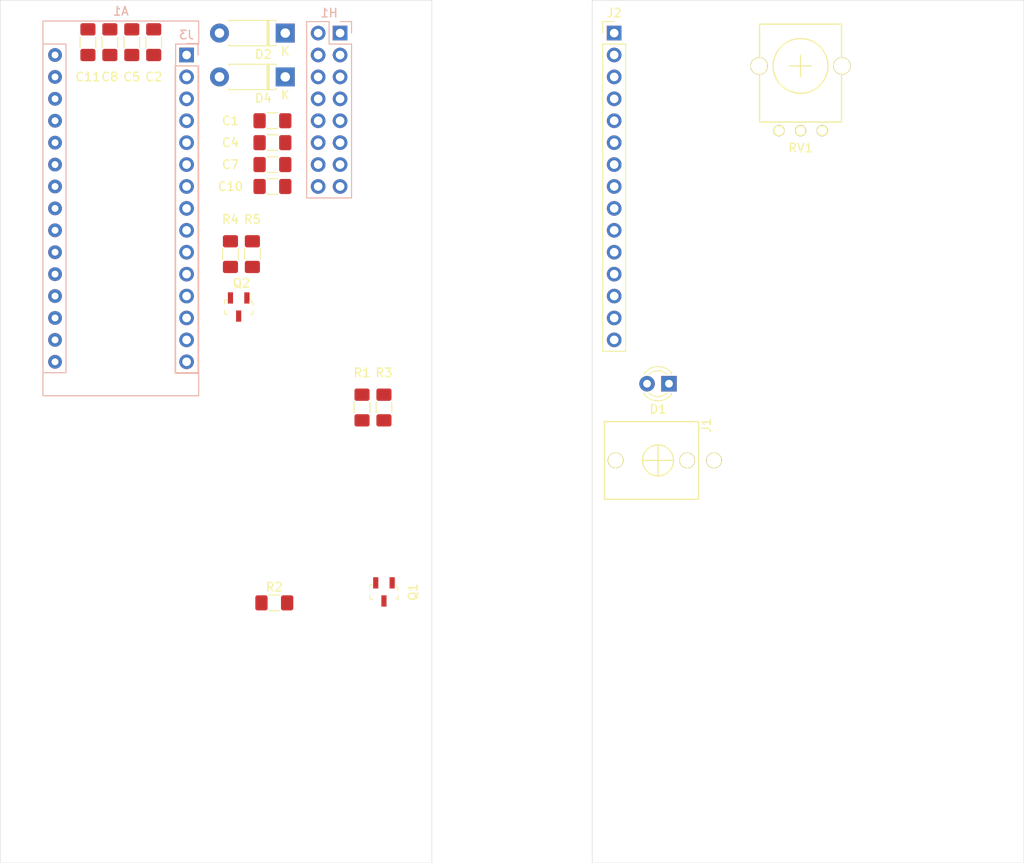
<source format=kicad_pcb>
(kicad_pcb (version 20171130) (host pcbnew "(5.1.0-31-gd6f565e45)")

  (general
    (thickness 2)
    (drawings 8)
    (tracks 0)
    (zones 0)
    (modules 24)
    (nets 66)
  )

  (page A4)
  (layers
    (0 F.Cu signal)
    (31 B.Cu signal)
    (32 B.Adhes user)
    (33 F.Adhes user)
    (34 B.Paste user)
    (35 F.Paste user)
    (36 B.SilkS user)
    (37 F.SilkS user)
    (38 B.Mask user)
    (39 F.Mask user)
    (40 Dwgs.User user)
    (41 Cmts.User user)
    (42 Eco1.User user)
    (43 Eco2.User user)
    (44 Edge.Cuts user)
    (45 Margin user)
    (46 B.CrtYd user)
    (47 F.CrtYd user)
    (48 B.Fab user hide)
    (49 F.Fab user hide)
  )

  (setup
    (last_trace_width 0.25)
    (trace_clearance 0.2)
    (zone_clearance 0.508)
    (zone_45_only no)
    (trace_min 0.2)
    (via_size 0.8)
    (via_drill 0.4)
    (via_min_size 0.4)
    (via_min_drill 0.3)
    (uvia_size 0.3)
    (uvia_drill 0.1)
    (uvias_allowed no)
    (uvia_min_size 0.2)
    (uvia_min_drill 0.1)
    (edge_width 0.05)
    (segment_width 0.2)
    (pcb_text_width 0.3)
    (pcb_text_size 1.5 1.5)
    (mod_edge_width 0.12)
    (mod_text_size 1 1)
    (mod_text_width 0.15)
    (pad_size 1.524 1.524)
    (pad_drill 0.762)
    (pad_to_mask_clearance 0.051)
    (solder_mask_min_width 0.25)
    (aux_axis_origin 0 0)
    (visible_elements 7FFFFFFF)
    (pcbplotparams
      (layerselection 0x010fc_ffffffff)
      (usegerberextensions false)
      (usegerberattributes false)
      (usegerberadvancedattributes false)
      (creategerberjobfile false)
      (excludeedgelayer true)
      (linewidth 0.100000)
      (plotframeref false)
      (viasonmask false)
      (mode 1)
      (useauxorigin false)
      (hpglpennumber 1)
      (hpglpenspeed 20)
      (hpglpendiameter 15.000000)
      (psnegative false)
      (psa4output false)
      (plotreference true)
      (plotvalue true)
      (plotinvisibletext false)
      (padsonsilk false)
      (subtractmaskfromsilk false)
      (outputformat 1)
      (mirror false)
      (drillshape 1)
      (scaleselection 1)
      (outputdirectory ""))
  )

  (net 0 "")
  (net 1 "Net-(A1-Pad16)")
  (net 2 "Net-(A1-Pad15)")
  (net 3 "Net-(A1-Pad14)")
  (net 4 GND)
  (net 5 Tr9)
  (net 6 "Net-(A1-Pad28)")
  (net 7 Tr8)
  (net 8 "Net-(A1-Pad27)")
  (net 9 Tr7)
  (net 10 "Net-(A1-Pad26)")
  (net 11 Tr6)
  (net 12 "Net-(A1-Pad25)")
  (net 13 Tr5)
  (net 14 "Net-(A1-Pad24)")
  (net 15 Tr4)
  (net 16 "Net-(A1-Pad23)")
  (net 17 Tr3)
  (net 18 "Net-(A1-Pad22)")
  (net 19 Tr2)
  (net 20 "Net-(A1-Pad21)")
  (net 21 Tr1)
  (net 22 "Net-(A1-Pad20)")
  (net 23 "Net-(A1-Pad19)")
  (net 24 "Net-(A1-Pad3)")
  (net 25 "Net-(A1-Pad18)")
  (net 26 "Net-(A1-Pad2)")
  (net 27 "Net-(A1-Pad17)")
  (net 28 "Net-(A1-Pad1)")
  (net 29 "Net-(D1-Pad2)")
  (net 30 "Net-(H1-Pad15)")
  (net 31 "Net-(H1-Pad13)")
  (net 32 "Net-(J1-Pad3)")
  (net 33 "Net-(J2-Pad3)")
  (net 34 "Net-(J3-Pad3)")
  (net 35 "Net-(Q1-Pad2)")
  (net 36 "Net-(Q2-Pad2)")
  (net 37 12V)
  (net 38 5V)
  (net 39 "Net-(D4-Pad1)")
  (net 40 "Net-(Q2-Pad3)")
  (net 41 "Net-(D2-Pad1)")
  (net 42 "Net-(H1-Pad16)")
  (net 43 "Net-(H1-Pad14)")
  (net 44 "Net-(H1-Pad2)")
  (net 45 "Net-(H1-Pad1)")
  (net 46 "Net-(A1-Pad13)")
  (net 47 "Net-(A1-Pad12)")
  (net 48 "Net-(A1-Pad11)")
  (net 49 "Net-(A1-Pad10)")
  (net 50 "Net-(A1-Pad9)")
  (net 51 "Net-(A1-Pad8)")
  (net 52 "Net-(A1-Pad7)")
  (net 53 "Net-(A1-Pad6)")
  (net 54 "Net-(A1-Pad5)")
  (net 55 "Net-(J2-Pad15)")
  (net 56 "Net-(J2-Pad14)")
  (net 57 "Net-(J2-Pad4)")
  (net 58 "Net-(J2-Pad2)")
  (net 59 "Net-(J2-Pad1)")
  (net 60 "Net-(J3-Pad15)")
  (net 61 "Net-(J3-Pad14)")
  (net 62 "Net-(J3-Pad12)")
  (net 63 "Net-(J3-Pad4)")
  (net 64 "Net-(J3-Pad2)")
  (net 65 "Net-(J3-Pad1)")

  (net_class Default "This is the default net class."
    (clearance 0.2)
    (trace_width 0.25)
    (via_dia 0.8)
    (via_drill 0.4)
    (uvia_dia 0.3)
    (uvia_drill 0.1)
    (add_net 12V)
    (add_net 5V)
    (add_net GND)
    (add_net "Net-(A1-Pad1)")
    (add_net "Net-(A1-Pad10)")
    (add_net "Net-(A1-Pad11)")
    (add_net "Net-(A1-Pad12)")
    (add_net "Net-(A1-Pad13)")
    (add_net "Net-(A1-Pad14)")
    (add_net "Net-(A1-Pad15)")
    (add_net "Net-(A1-Pad16)")
    (add_net "Net-(A1-Pad17)")
    (add_net "Net-(A1-Pad18)")
    (add_net "Net-(A1-Pad19)")
    (add_net "Net-(A1-Pad2)")
    (add_net "Net-(A1-Pad20)")
    (add_net "Net-(A1-Pad21)")
    (add_net "Net-(A1-Pad22)")
    (add_net "Net-(A1-Pad23)")
    (add_net "Net-(A1-Pad24)")
    (add_net "Net-(A1-Pad25)")
    (add_net "Net-(A1-Pad26)")
    (add_net "Net-(A1-Pad27)")
    (add_net "Net-(A1-Pad28)")
    (add_net "Net-(A1-Pad3)")
    (add_net "Net-(A1-Pad5)")
    (add_net "Net-(A1-Pad6)")
    (add_net "Net-(A1-Pad7)")
    (add_net "Net-(A1-Pad8)")
    (add_net "Net-(A1-Pad9)")
    (add_net "Net-(D1-Pad2)")
    (add_net "Net-(D2-Pad1)")
    (add_net "Net-(D4-Pad1)")
    (add_net "Net-(H1-Pad1)")
    (add_net "Net-(H1-Pad13)")
    (add_net "Net-(H1-Pad14)")
    (add_net "Net-(H1-Pad15)")
    (add_net "Net-(H1-Pad16)")
    (add_net "Net-(H1-Pad2)")
    (add_net "Net-(J1-Pad3)")
    (add_net "Net-(J2-Pad1)")
    (add_net "Net-(J2-Pad14)")
    (add_net "Net-(J2-Pad15)")
    (add_net "Net-(J2-Pad2)")
    (add_net "Net-(J2-Pad3)")
    (add_net "Net-(J2-Pad4)")
    (add_net "Net-(J3-Pad1)")
    (add_net "Net-(J3-Pad12)")
    (add_net "Net-(J3-Pad14)")
    (add_net "Net-(J3-Pad15)")
    (add_net "Net-(J3-Pad2)")
    (add_net "Net-(J3-Pad3)")
    (add_net "Net-(J3-Pad4)")
    (add_net "Net-(Q1-Pad2)")
    (add_net "Net-(Q2-Pad2)")
    (add_net "Net-(Q2-Pad3)")
    (add_net Tr1)
    (add_net Tr2)
    (add_net Tr3)
    (add_net Tr4)
    (add_net Tr5)
    (add_net Tr6)
    (add_net Tr7)
    (add_net Tr8)
    (add_net Tr9)
  )

  (module Connector_PinHeader_2.54mm:PinHeader_1x15_P2.54mm_Vertical (layer B.Cu) (tedit 59FED5CC) (tstamp 5CCBADA3)
    (at 161.29 29.21 180)
    (descr "Through hole straight pin header, 1x15, 2.54mm pitch, single row")
    (tags "Through hole pin header THT 1x15 2.54mm single row")
    (path /5D51AA52)
    (fp_text reference J3 (at 0 2.33 180) (layer B.SilkS)
      (effects (font (size 1 1) (thickness 0.15)) (justify mirror))
    )
    (fp_text value Conn_01x15_MountingPin (at 0 -37.89 180) (layer B.Fab)
      (effects (font (size 1 1) (thickness 0.15)) (justify mirror))
    )
    (fp_text user %R (at 0 -17.78 90) (layer B.Fab)
      (effects (font (size 1 1) (thickness 0.15)) (justify mirror))
    )
    (fp_line (start 1.8 1.8) (end -1.8 1.8) (layer B.CrtYd) (width 0.05))
    (fp_line (start 1.8 -37.35) (end 1.8 1.8) (layer B.CrtYd) (width 0.05))
    (fp_line (start -1.8 -37.35) (end 1.8 -37.35) (layer B.CrtYd) (width 0.05))
    (fp_line (start -1.8 1.8) (end -1.8 -37.35) (layer B.CrtYd) (width 0.05))
    (fp_line (start -1.33 1.33) (end 0 1.33) (layer B.SilkS) (width 0.12))
    (fp_line (start -1.33 0) (end -1.33 1.33) (layer B.SilkS) (width 0.12))
    (fp_line (start -1.33 -1.27) (end 1.33 -1.27) (layer B.SilkS) (width 0.12))
    (fp_line (start 1.33 -1.27) (end 1.33 -36.89) (layer B.SilkS) (width 0.12))
    (fp_line (start -1.33 -1.27) (end -1.33 -36.89) (layer B.SilkS) (width 0.12))
    (fp_line (start -1.33 -36.89) (end 1.33 -36.89) (layer B.SilkS) (width 0.12))
    (fp_line (start -1.27 0.635) (end -0.635 1.27) (layer B.Fab) (width 0.1))
    (fp_line (start -1.27 -36.83) (end -1.27 0.635) (layer B.Fab) (width 0.1))
    (fp_line (start 1.27 -36.83) (end -1.27 -36.83) (layer B.Fab) (width 0.1))
    (fp_line (start 1.27 1.27) (end 1.27 -36.83) (layer B.Fab) (width 0.1))
    (fp_line (start -0.635 1.27) (end 1.27 1.27) (layer B.Fab) (width 0.1))
    (pad 15 thru_hole oval (at 0 -35.56 180) (size 1.7 1.7) (drill 1) (layers *.Cu *.Mask)
      (net 60 "Net-(J3-Pad15)"))
    (pad 14 thru_hole oval (at 0 -33.02 180) (size 1.7 1.7) (drill 1) (layers *.Cu *.Mask)
      (net 61 "Net-(J3-Pad14)"))
    (pad 13 thru_hole oval (at 0 -30.48 180) (size 1.7 1.7) (drill 1) (layers *.Cu *.Mask)
      (net 46 "Net-(A1-Pad13)"))
    (pad 12 thru_hole oval (at 0 -27.94 180) (size 1.7 1.7) (drill 1) (layers *.Cu *.Mask)
      (net 62 "Net-(J3-Pad12)"))
    (pad 11 thru_hole oval (at 0 -25.4 180) (size 1.7 1.7) (drill 1) (layers *.Cu *.Mask)
      (net 48 "Net-(A1-Pad11)"))
    (pad 10 thru_hole oval (at 0 -22.86 180) (size 1.7 1.7) (drill 1) (layers *.Cu *.Mask)
      (net 49 "Net-(A1-Pad10)"))
    (pad 9 thru_hole oval (at 0 -20.32 180) (size 1.7 1.7) (drill 1) (layers *.Cu *.Mask)
      (net 50 "Net-(A1-Pad9)"))
    (pad 8 thru_hole oval (at 0 -17.78 180) (size 1.7 1.7) (drill 1) (layers *.Cu *.Mask)
      (net 51 "Net-(A1-Pad8)"))
    (pad 7 thru_hole oval (at 0 -15.24 180) (size 1.7 1.7) (drill 1) (layers *.Cu *.Mask)
      (net 52 "Net-(A1-Pad7)"))
    (pad 6 thru_hole oval (at 0 -12.7 180) (size 1.7 1.7) (drill 1) (layers *.Cu *.Mask)
      (net 53 "Net-(A1-Pad6)"))
    (pad 5 thru_hole oval (at 0 -10.16 180) (size 1.7 1.7) (drill 1) (layers *.Cu *.Mask)
      (net 54 "Net-(A1-Pad5)"))
    (pad 4 thru_hole oval (at 0 -7.62 180) (size 1.7 1.7) (drill 1) (layers *.Cu *.Mask)
      (net 63 "Net-(J3-Pad4)"))
    (pad 3 thru_hole oval (at 0 -5.08 180) (size 1.7 1.7) (drill 1) (layers *.Cu *.Mask)
      (net 34 "Net-(J3-Pad3)"))
    (pad 2 thru_hole oval (at 0 -2.54 180) (size 1.7 1.7) (drill 1) (layers *.Cu *.Mask)
      (net 64 "Net-(J3-Pad2)"))
    (pad 1 thru_hole rect (at 0 0 180) (size 1.7 1.7) (drill 1) (layers *.Cu *.Mask)
      (net 65 "Net-(J3-Pad1)"))
    (model ${KISYS3DMOD}/Connector_PinHeader_2.54mm.3dshapes/PinHeader_1x15_P2.54mm_Vertical.wrl
      (at (xyz 0 0 0))
      (scale (xyz 1 1 1))
      (rotate (xyz 0 0 0))
    )
  )

  (module Connector_PinHeader_2.54mm:PinHeader_1x15_P2.54mm_Vertical (layer F.Cu) (tedit 59FED5CC) (tstamp 5CCBAD80)
    (at 210.82 26.67)
    (descr "Through hole straight pin header, 1x15, 2.54mm pitch, single row")
    (tags "Through hole pin header THT 1x15 2.54mm single row")
    (path /5D51F5B7)
    (fp_text reference J2 (at 0 -2.33) (layer F.SilkS)
      (effects (font (size 1 1) (thickness 0.15)))
    )
    (fp_text value Conn_01x15_MountingPin (at 0 37.89) (layer F.Fab)
      (effects (font (size 1 1) (thickness 0.15)))
    )
    (fp_text user %R (at 0 17.78 90) (layer F.Fab)
      (effects (font (size 1 1) (thickness 0.15)))
    )
    (fp_line (start 1.8 -1.8) (end -1.8 -1.8) (layer F.CrtYd) (width 0.05))
    (fp_line (start 1.8 37.35) (end 1.8 -1.8) (layer F.CrtYd) (width 0.05))
    (fp_line (start -1.8 37.35) (end 1.8 37.35) (layer F.CrtYd) (width 0.05))
    (fp_line (start -1.8 -1.8) (end -1.8 37.35) (layer F.CrtYd) (width 0.05))
    (fp_line (start -1.33 -1.33) (end 0 -1.33) (layer F.SilkS) (width 0.12))
    (fp_line (start -1.33 0) (end -1.33 -1.33) (layer F.SilkS) (width 0.12))
    (fp_line (start -1.33 1.27) (end 1.33 1.27) (layer F.SilkS) (width 0.12))
    (fp_line (start 1.33 1.27) (end 1.33 36.89) (layer F.SilkS) (width 0.12))
    (fp_line (start -1.33 1.27) (end -1.33 36.89) (layer F.SilkS) (width 0.12))
    (fp_line (start -1.33 36.89) (end 1.33 36.89) (layer F.SilkS) (width 0.12))
    (fp_line (start -1.27 -0.635) (end -0.635 -1.27) (layer F.Fab) (width 0.1))
    (fp_line (start -1.27 36.83) (end -1.27 -0.635) (layer F.Fab) (width 0.1))
    (fp_line (start 1.27 36.83) (end -1.27 36.83) (layer F.Fab) (width 0.1))
    (fp_line (start 1.27 -1.27) (end 1.27 36.83) (layer F.Fab) (width 0.1))
    (fp_line (start -0.635 -1.27) (end 1.27 -1.27) (layer F.Fab) (width 0.1))
    (pad 15 thru_hole oval (at 0 35.56) (size 1.7 1.7) (drill 1) (layers *.Cu *.Mask)
      (net 55 "Net-(J2-Pad15)"))
    (pad 14 thru_hole oval (at 0 33.02) (size 1.7 1.7) (drill 1) (layers *.Cu *.Mask)
      (net 56 "Net-(J2-Pad14)"))
    (pad 13 thru_hole oval (at 0 30.48) (size 1.7 1.7) (drill 1) (layers *.Cu *.Mask)
      (net 5 Tr9))
    (pad 12 thru_hole oval (at 0 27.94) (size 1.7 1.7) (drill 1) (layers *.Cu *.Mask)
      (net 7 Tr8))
    (pad 11 thru_hole oval (at 0 25.4) (size 1.7 1.7) (drill 1) (layers *.Cu *.Mask)
      (net 9 Tr7))
    (pad 10 thru_hole oval (at 0 22.86) (size 1.7 1.7) (drill 1) (layers *.Cu *.Mask)
      (net 11 Tr6))
    (pad 9 thru_hole oval (at 0 20.32) (size 1.7 1.7) (drill 1) (layers *.Cu *.Mask)
      (net 13 Tr5))
    (pad 8 thru_hole oval (at 0 17.78) (size 1.7 1.7) (drill 1) (layers *.Cu *.Mask)
      (net 15 Tr4))
    (pad 7 thru_hole oval (at 0 15.24) (size 1.7 1.7) (drill 1) (layers *.Cu *.Mask)
      (net 17 Tr3))
    (pad 6 thru_hole oval (at 0 12.7) (size 1.7 1.7) (drill 1) (layers *.Cu *.Mask)
      (net 19 Tr2))
    (pad 5 thru_hole oval (at 0 10.16) (size 1.7 1.7) (drill 1) (layers *.Cu *.Mask)
      (net 21 Tr1))
    (pad 4 thru_hole oval (at 0 7.62) (size 1.7 1.7) (drill 1) (layers *.Cu *.Mask)
      (net 57 "Net-(J2-Pad4)"))
    (pad 3 thru_hole oval (at 0 5.08) (size 1.7 1.7) (drill 1) (layers *.Cu *.Mask)
      (net 33 "Net-(J2-Pad3)"))
    (pad 2 thru_hole oval (at 0 2.54) (size 1.7 1.7) (drill 1) (layers *.Cu *.Mask)
      (net 58 "Net-(J2-Pad2)"))
    (pad 1 thru_hole rect (at 0 0) (size 1.7 1.7) (drill 1) (layers *.Cu *.Mask)
      (net 59 "Net-(J2-Pad1)"))
    (model ${KISYS3DMOD}/Connector_PinHeader_2.54mm.3dshapes/PinHeader_1x15_P2.54mm_Vertical.wrl
      (at (xyz 0 0 0))
      (scale (xyz 1 1 1))
      (rotate (xyz 0 0 0))
    )
  )

  (module Capacitor_SMD:C_1206_3216Metric_Pad1.42x1.75mm_HandSolder (layer F.Cu) (tedit 5B301BBE) (tstamp 5CCB9014)
    (at 149.86 27.7225 270)
    (descr "Capacitor SMD 1206 (3216 Metric), square (rectangular) end terminal, IPC_7351 nominal with elongated pad for handsoldering. (Body size source: http://www.tortai-tech.com/upload/download/2011102023233369053.pdf), generated with kicad-footprint-generator")
    (tags "capacitor handsolder")
    (path /5D4DE9E7)
    (attr smd)
    (fp_text reference C11 (at 4.0275 0) (layer F.SilkS)
      (effects (font (size 1 1) (thickness 0.15)))
    )
    (fp_text value 470n (at 0 1.82 270) (layer F.Fab)
      (effects (font (size 1 1) (thickness 0.15)))
    )
    (fp_text user %R (at 0 0 270) (layer F.Fab)
      (effects (font (size 0.8 0.8) (thickness 0.12)))
    )
    (fp_line (start 2.45 1.12) (end -2.45 1.12) (layer F.CrtYd) (width 0.05))
    (fp_line (start 2.45 -1.12) (end 2.45 1.12) (layer F.CrtYd) (width 0.05))
    (fp_line (start -2.45 -1.12) (end 2.45 -1.12) (layer F.CrtYd) (width 0.05))
    (fp_line (start -2.45 1.12) (end -2.45 -1.12) (layer F.CrtYd) (width 0.05))
    (fp_line (start -0.602064 0.91) (end 0.602064 0.91) (layer F.SilkS) (width 0.12))
    (fp_line (start -0.602064 -0.91) (end 0.602064 -0.91) (layer F.SilkS) (width 0.12))
    (fp_line (start 1.6 0.8) (end -1.6 0.8) (layer F.Fab) (width 0.1))
    (fp_line (start 1.6 -0.8) (end 1.6 0.8) (layer F.Fab) (width 0.1))
    (fp_line (start -1.6 -0.8) (end 1.6 -0.8) (layer F.Fab) (width 0.1))
    (fp_line (start -1.6 0.8) (end -1.6 -0.8) (layer F.Fab) (width 0.1))
    (pad 2 smd roundrect (at 1.4875 0 270) (size 1.425 1.75) (layers F.Cu F.Paste F.Mask) (roundrect_rratio 0.175439)
      (net 4 GND))
    (pad 1 smd roundrect (at -1.4875 0 270) (size 1.425 1.75) (layers F.Cu F.Paste F.Mask) (roundrect_rratio 0.175439)
      (net 37 12V))
    (model ${KISYS3DMOD}/Capacitor_SMD.3dshapes/C_1206_3216Metric.wrl
      (at (xyz 0 0 0))
      (scale (xyz 1 1 1))
      (rotate (xyz 0 0 0))
    )
  )

  (module Capacitor_SMD:C_1206_3216Metric_Pad1.42x1.75mm_HandSolder (layer F.Cu) (tedit 5B301BBE) (tstamp 5CCB4A95)
    (at 171.2325 44.45)
    (descr "Capacitor SMD 1206 (3216 Metric), square (rectangular) end terminal, IPC_7351 nominal with elongated pad for handsoldering. (Body size source: http://www.tortai-tech.com/upload/download/2011102023233369053.pdf), generated with kicad-footprint-generator")
    (tags "capacitor handsolder")
    (path /5D4DDCC6)
    (attr smd)
    (fp_text reference C10 (at -4.8625 0) (layer F.SilkS)
      (effects (font (size 1 1) (thickness 0.15)))
    )
    (fp_text value 470n (at 0 1.82) (layer F.Fab)
      (effects (font (size 1 1) (thickness 0.15)))
    )
    (fp_text user %R (at 0 0) (layer F.Fab)
      (effects (font (size 0.8 0.8) (thickness 0.12)))
    )
    (fp_line (start 2.45 1.12) (end -2.45 1.12) (layer F.CrtYd) (width 0.05))
    (fp_line (start 2.45 -1.12) (end 2.45 1.12) (layer F.CrtYd) (width 0.05))
    (fp_line (start -2.45 -1.12) (end 2.45 -1.12) (layer F.CrtYd) (width 0.05))
    (fp_line (start -2.45 1.12) (end -2.45 -1.12) (layer F.CrtYd) (width 0.05))
    (fp_line (start -0.602064 0.91) (end 0.602064 0.91) (layer F.SilkS) (width 0.12))
    (fp_line (start -0.602064 -0.91) (end 0.602064 -0.91) (layer F.SilkS) (width 0.12))
    (fp_line (start 1.6 0.8) (end -1.6 0.8) (layer F.Fab) (width 0.1))
    (fp_line (start 1.6 -0.8) (end 1.6 0.8) (layer F.Fab) (width 0.1))
    (fp_line (start -1.6 -0.8) (end 1.6 -0.8) (layer F.Fab) (width 0.1))
    (fp_line (start -1.6 0.8) (end -1.6 -0.8) (layer F.Fab) (width 0.1))
    (pad 2 smd roundrect (at 1.4875 0) (size 1.425 1.75) (layers F.Cu F.Paste F.Mask) (roundrect_rratio 0.175439)
      (net 4 GND))
    (pad 1 smd roundrect (at -1.4875 0) (size 1.425 1.75) (layers F.Cu F.Paste F.Mask) (roundrect_rratio 0.175439)
      (net 38 5V))
    (model ${KISYS3DMOD}/Capacitor_SMD.3dshapes/C_1206_3216Metric.wrl
      (at (xyz 0 0 0))
      (scale (xyz 1 1 1))
      (rotate (xyz 0 0 0))
    )
  )

  (module Capacitor_SMD:C_1206_3216Metric_Pad1.42x1.75mm_HandSolder (layer F.Cu) (tedit 5B301BBE) (tstamp 5CCB52E6)
    (at 152.4 27.7225 270)
    (descr "Capacitor SMD 1206 (3216 Metric), square (rectangular) end terminal, IPC_7351 nominal with elongated pad for handsoldering. (Body size source: http://www.tortai-tech.com/upload/download/2011102023233369053.pdf), generated with kicad-footprint-generator")
    (tags "capacitor handsolder")
    (path /5D4DE718)
    (attr smd)
    (fp_text reference C8 (at 4.0275 0) (layer F.SilkS)
      (effects (font (size 1 1) (thickness 0.15)))
    )
    (fp_text value 470n (at 0 1.82 270) (layer F.Fab)
      (effects (font (size 1 1) (thickness 0.15)))
    )
    (fp_text user %R (at 0 0 270) (layer F.Fab)
      (effects (font (size 0.8 0.8) (thickness 0.12)))
    )
    (fp_line (start 2.45 1.12) (end -2.45 1.12) (layer F.CrtYd) (width 0.05))
    (fp_line (start 2.45 -1.12) (end 2.45 1.12) (layer F.CrtYd) (width 0.05))
    (fp_line (start -2.45 -1.12) (end 2.45 -1.12) (layer F.CrtYd) (width 0.05))
    (fp_line (start -2.45 1.12) (end -2.45 -1.12) (layer F.CrtYd) (width 0.05))
    (fp_line (start -0.602064 0.91) (end 0.602064 0.91) (layer F.SilkS) (width 0.12))
    (fp_line (start -0.602064 -0.91) (end 0.602064 -0.91) (layer F.SilkS) (width 0.12))
    (fp_line (start 1.6 0.8) (end -1.6 0.8) (layer F.Fab) (width 0.1))
    (fp_line (start 1.6 -0.8) (end 1.6 0.8) (layer F.Fab) (width 0.1))
    (fp_line (start -1.6 -0.8) (end 1.6 -0.8) (layer F.Fab) (width 0.1))
    (fp_line (start -1.6 0.8) (end -1.6 -0.8) (layer F.Fab) (width 0.1))
    (pad 2 smd roundrect (at 1.4875 0 270) (size 1.425 1.75) (layers F.Cu F.Paste F.Mask) (roundrect_rratio 0.175439)
      (net 4 GND))
    (pad 1 smd roundrect (at -1.4875 0 270) (size 1.425 1.75) (layers F.Cu F.Paste F.Mask) (roundrect_rratio 0.175439)
      (net 37 12V))
    (model ${KISYS3DMOD}/Capacitor_SMD.3dshapes/C_1206_3216Metric.wrl
      (at (xyz 0 0 0))
      (scale (xyz 1 1 1))
      (rotate (xyz 0 0 0))
    )
  )

  (module Capacitor_SMD:C_1206_3216Metric_Pad1.42x1.75mm_HandSolder (layer F.Cu) (tedit 5B301BBE) (tstamp 5CCB4A62)
    (at 171.2325 41.91)
    (descr "Capacitor SMD 1206 (3216 Metric), square (rectangular) end terminal, IPC_7351 nominal with elongated pad for handsoldering. (Body size source: http://www.tortai-tech.com/upload/download/2011102023233369053.pdf), generated with kicad-footprint-generator")
    (tags "capacitor handsolder")
    (path /5D4DD8D5)
    (attr smd)
    (fp_text reference C7 (at -4.8625 0) (layer F.SilkS)
      (effects (font (size 1 1) (thickness 0.15)))
    )
    (fp_text value 470n (at 0 1.82) (layer F.Fab)
      (effects (font (size 1 1) (thickness 0.15)))
    )
    (fp_text user %R (at 0 0) (layer F.Fab)
      (effects (font (size 0.8 0.8) (thickness 0.12)))
    )
    (fp_line (start 2.45 1.12) (end -2.45 1.12) (layer F.CrtYd) (width 0.05))
    (fp_line (start 2.45 -1.12) (end 2.45 1.12) (layer F.CrtYd) (width 0.05))
    (fp_line (start -2.45 -1.12) (end 2.45 -1.12) (layer F.CrtYd) (width 0.05))
    (fp_line (start -2.45 1.12) (end -2.45 -1.12) (layer F.CrtYd) (width 0.05))
    (fp_line (start -0.602064 0.91) (end 0.602064 0.91) (layer F.SilkS) (width 0.12))
    (fp_line (start -0.602064 -0.91) (end 0.602064 -0.91) (layer F.SilkS) (width 0.12))
    (fp_line (start 1.6 0.8) (end -1.6 0.8) (layer F.Fab) (width 0.1))
    (fp_line (start 1.6 -0.8) (end 1.6 0.8) (layer F.Fab) (width 0.1))
    (fp_line (start -1.6 -0.8) (end 1.6 -0.8) (layer F.Fab) (width 0.1))
    (fp_line (start -1.6 0.8) (end -1.6 -0.8) (layer F.Fab) (width 0.1))
    (pad 2 smd roundrect (at 1.4875 0) (size 1.425 1.75) (layers F.Cu F.Paste F.Mask) (roundrect_rratio 0.175439)
      (net 4 GND))
    (pad 1 smd roundrect (at -1.4875 0) (size 1.425 1.75) (layers F.Cu F.Paste F.Mask) (roundrect_rratio 0.175439)
      (net 38 5V))
    (model ${KISYS3DMOD}/Capacitor_SMD.3dshapes/C_1206_3216Metric.wrl
      (at (xyz 0 0 0))
      (scale (xyz 1 1 1))
      (rotate (xyz 0 0 0))
    )
  )

  (module Capacitor_SMD:C_1206_3216Metric_Pad1.42x1.75mm_HandSolder (layer F.Cu) (tedit 5B301BBE) (tstamp 5CCB4A40)
    (at 154.94 27.7225 270)
    (descr "Capacitor SMD 1206 (3216 Metric), square (rectangular) end terminal, IPC_7351 nominal with elongated pad for handsoldering. (Body size source: http://www.tortai-tech.com/upload/download/2011102023233369053.pdf), generated with kicad-footprint-generator")
    (tags "capacitor handsolder")
    (path /5D4DE3B5)
    (attr smd)
    (fp_text reference C5 (at 4.0275 0) (layer F.SilkS)
      (effects (font (size 1 1) (thickness 0.15)))
    )
    (fp_text value 470n (at 0 1.82 270) (layer F.Fab)
      (effects (font (size 1 1) (thickness 0.15)))
    )
    (fp_text user %R (at 0 0 270) (layer F.Fab)
      (effects (font (size 0.8 0.8) (thickness 0.12)))
    )
    (fp_line (start 2.45 1.12) (end -2.45 1.12) (layer F.CrtYd) (width 0.05))
    (fp_line (start 2.45 -1.12) (end 2.45 1.12) (layer F.CrtYd) (width 0.05))
    (fp_line (start -2.45 -1.12) (end 2.45 -1.12) (layer F.CrtYd) (width 0.05))
    (fp_line (start -2.45 1.12) (end -2.45 -1.12) (layer F.CrtYd) (width 0.05))
    (fp_line (start -0.602064 0.91) (end 0.602064 0.91) (layer F.SilkS) (width 0.12))
    (fp_line (start -0.602064 -0.91) (end 0.602064 -0.91) (layer F.SilkS) (width 0.12))
    (fp_line (start 1.6 0.8) (end -1.6 0.8) (layer F.Fab) (width 0.1))
    (fp_line (start 1.6 -0.8) (end 1.6 0.8) (layer F.Fab) (width 0.1))
    (fp_line (start -1.6 -0.8) (end 1.6 -0.8) (layer F.Fab) (width 0.1))
    (fp_line (start -1.6 0.8) (end -1.6 -0.8) (layer F.Fab) (width 0.1))
    (pad 2 smd roundrect (at 1.4875 0 270) (size 1.425 1.75) (layers F.Cu F.Paste F.Mask) (roundrect_rratio 0.175439)
      (net 4 GND))
    (pad 1 smd roundrect (at -1.4875 0 270) (size 1.425 1.75) (layers F.Cu F.Paste F.Mask) (roundrect_rratio 0.175439)
      (net 37 12V))
    (model ${KISYS3DMOD}/Capacitor_SMD.3dshapes/C_1206_3216Metric.wrl
      (at (xyz 0 0 0))
      (scale (xyz 1 1 1))
      (rotate (xyz 0 0 0))
    )
  )

  (module Capacitor_SMD:C_1206_3216Metric_Pad1.42x1.75mm_HandSolder (layer F.Cu) (tedit 5B301BBE) (tstamp 5CCB4A2F)
    (at 171.2325 39.37)
    (descr "Capacitor SMD 1206 (3216 Metric), square (rectangular) end terminal, IPC_7351 nominal with elongated pad for handsoldering. (Body size source: http://www.tortai-tech.com/upload/download/2011102023233369053.pdf), generated with kicad-footprint-generator")
    (tags "capacitor handsolder")
    (path /5D4DD452)
    (attr smd)
    (fp_text reference C4 (at -4.8625 0) (layer F.SilkS)
      (effects (font (size 1 1) (thickness 0.15)))
    )
    (fp_text value 470n (at 0 1.82) (layer F.Fab)
      (effects (font (size 1 1) (thickness 0.15)))
    )
    (fp_text user %R (at 0 0) (layer F.Fab)
      (effects (font (size 0.8 0.8) (thickness 0.12)))
    )
    (fp_line (start 2.45 1.12) (end -2.45 1.12) (layer F.CrtYd) (width 0.05))
    (fp_line (start 2.45 -1.12) (end 2.45 1.12) (layer F.CrtYd) (width 0.05))
    (fp_line (start -2.45 -1.12) (end 2.45 -1.12) (layer F.CrtYd) (width 0.05))
    (fp_line (start -2.45 1.12) (end -2.45 -1.12) (layer F.CrtYd) (width 0.05))
    (fp_line (start -0.602064 0.91) (end 0.602064 0.91) (layer F.SilkS) (width 0.12))
    (fp_line (start -0.602064 -0.91) (end 0.602064 -0.91) (layer F.SilkS) (width 0.12))
    (fp_line (start 1.6 0.8) (end -1.6 0.8) (layer F.Fab) (width 0.1))
    (fp_line (start 1.6 -0.8) (end 1.6 0.8) (layer F.Fab) (width 0.1))
    (fp_line (start -1.6 -0.8) (end 1.6 -0.8) (layer F.Fab) (width 0.1))
    (fp_line (start -1.6 0.8) (end -1.6 -0.8) (layer F.Fab) (width 0.1))
    (pad 2 smd roundrect (at 1.4875 0) (size 1.425 1.75) (layers F.Cu F.Paste F.Mask) (roundrect_rratio 0.175439)
      (net 4 GND))
    (pad 1 smd roundrect (at -1.4875 0) (size 1.425 1.75) (layers F.Cu F.Paste F.Mask) (roundrect_rratio 0.175439)
      (net 38 5V))
    (model ${KISYS3DMOD}/Capacitor_SMD.3dshapes/C_1206_3216Metric.wrl
      (at (xyz 0 0 0))
      (scale (xyz 1 1 1))
      (rotate (xyz 0 0 0))
    )
  )

  (module Capacitor_SMD:C_1206_3216Metric_Pad1.42x1.75mm_HandSolder (layer F.Cu) (tedit 5B301BBE) (tstamp 5CCB63AC)
    (at 157.48 27.7225 270)
    (descr "Capacitor SMD 1206 (3216 Metric), square (rectangular) end terminal, IPC_7351 nominal with elongated pad for handsoldering. (Body size source: http://www.tortai-tech.com/upload/download/2011102023233369053.pdf), generated with kicad-footprint-generator")
    (tags "capacitor handsolder")
    (path /5D4DDFEE)
    (attr smd)
    (fp_text reference C2 (at 4.0275 0) (layer F.SilkS)
      (effects (font (size 1 1) (thickness 0.15)))
    )
    (fp_text value 470n (at 0 1.82 270) (layer F.Fab)
      (effects (font (size 1 1) (thickness 0.15)))
    )
    (fp_text user %R (at 0 0 270) (layer F.Fab)
      (effects (font (size 0.8 0.8) (thickness 0.12)))
    )
    (fp_line (start 2.45 1.12) (end -2.45 1.12) (layer F.CrtYd) (width 0.05))
    (fp_line (start 2.45 -1.12) (end 2.45 1.12) (layer F.CrtYd) (width 0.05))
    (fp_line (start -2.45 -1.12) (end 2.45 -1.12) (layer F.CrtYd) (width 0.05))
    (fp_line (start -2.45 1.12) (end -2.45 -1.12) (layer F.CrtYd) (width 0.05))
    (fp_line (start -0.602064 0.91) (end 0.602064 0.91) (layer F.SilkS) (width 0.12))
    (fp_line (start -0.602064 -0.91) (end 0.602064 -0.91) (layer F.SilkS) (width 0.12))
    (fp_line (start 1.6 0.8) (end -1.6 0.8) (layer F.Fab) (width 0.1))
    (fp_line (start 1.6 -0.8) (end 1.6 0.8) (layer F.Fab) (width 0.1))
    (fp_line (start -1.6 -0.8) (end 1.6 -0.8) (layer F.Fab) (width 0.1))
    (fp_line (start -1.6 0.8) (end -1.6 -0.8) (layer F.Fab) (width 0.1))
    (pad 2 smd roundrect (at 1.4875 0 270) (size 1.425 1.75) (layers F.Cu F.Paste F.Mask) (roundrect_rratio 0.175439)
      (net 4 GND))
    (pad 1 smd roundrect (at -1.4875 0 270) (size 1.425 1.75) (layers F.Cu F.Paste F.Mask) (roundrect_rratio 0.175439)
      (net 37 12V))
    (model ${KISYS3DMOD}/Capacitor_SMD.3dshapes/C_1206_3216Metric.wrl
      (at (xyz 0 0 0))
      (scale (xyz 1 1 1))
      (rotate (xyz 0 0 0))
    )
  )

  (module Capacitor_SMD:C_1206_3216Metric_Pad1.42x1.75mm_HandSolder (layer F.Cu) (tedit 5B301BBE) (tstamp 5CCB045C)
    (at 171.2325 36.83)
    (descr "Capacitor SMD 1206 (3216 Metric), square (rectangular) end terminal, IPC_7351 nominal with elongated pad for handsoldering. (Body size source: http://www.tortai-tech.com/upload/download/2011102023233369053.pdf), generated with kicad-footprint-generator")
    (tags "capacitor handsolder")
    (path /5D049E28)
    (attr smd)
    (fp_text reference C1 (at -4.8625 0) (layer F.SilkS)
      (effects (font (size 1 1) (thickness 0.15)))
    )
    (fp_text value 470n (at 0 1.82) (layer F.Fab)
      (effects (font (size 1 1) (thickness 0.15)))
    )
    (fp_text user %R (at 0 0) (layer F.Fab)
      (effects (font (size 0.8 0.8) (thickness 0.12)))
    )
    (fp_line (start 2.45 1.12) (end -2.45 1.12) (layer F.CrtYd) (width 0.05))
    (fp_line (start 2.45 -1.12) (end 2.45 1.12) (layer F.CrtYd) (width 0.05))
    (fp_line (start -2.45 -1.12) (end 2.45 -1.12) (layer F.CrtYd) (width 0.05))
    (fp_line (start -2.45 1.12) (end -2.45 -1.12) (layer F.CrtYd) (width 0.05))
    (fp_line (start -0.602064 0.91) (end 0.602064 0.91) (layer F.SilkS) (width 0.12))
    (fp_line (start -0.602064 -0.91) (end 0.602064 -0.91) (layer F.SilkS) (width 0.12))
    (fp_line (start 1.6 0.8) (end -1.6 0.8) (layer F.Fab) (width 0.1))
    (fp_line (start 1.6 -0.8) (end 1.6 0.8) (layer F.Fab) (width 0.1))
    (fp_line (start -1.6 -0.8) (end 1.6 -0.8) (layer F.Fab) (width 0.1))
    (fp_line (start -1.6 0.8) (end -1.6 -0.8) (layer F.Fab) (width 0.1))
    (pad 2 smd roundrect (at 1.4875 0) (size 1.425 1.75) (layers F.Cu F.Paste F.Mask) (roundrect_rratio 0.175439)
      (net 4 GND))
    (pad 1 smd roundrect (at -1.4875 0) (size 1.425 1.75) (layers F.Cu F.Paste F.Mask) (roundrect_rratio 0.175439)
      (net 38 5V))
    (model ${KISYS3DMOD}/Capacitor_SMD.3dshapes/C_1206_3216Metric.wrl
      (at (xyz 0 0 0))
      (scale (xyz 1 1 1))
      (rotate (xyz 0 0 0))
    )
  )

  (module digikey-footprints:SOT-23-3 (layer F.Cu) (tedit 59D275F3) (tstamp 5CCB9583)
    (at 167.32 58.42 270)
    (path /5CD40BD1)
    (fp_text reference Q2 (at -2.76 -0.32) (layer F.SilkS)
      (effects (font (size 1 1) (thickness 0.15)))
    )
    (fp_text value 2N3904 (at 0.025 3.25 270) (layer F.Fab)
      (effects (font (size 1 1) (thickness 0.15)))
    )
    (fp_line (start 0.7 1.52) (end 0.7 -1.52) (layer F.Fab) (width 0.1))
    (fp_line (start -0.7 1.52) (end 0.7 1.52) (layer F.Fab) (width 0.1))
    (fp_text user %R (at -0.125 0.15 270) (layer F.Fab)
      (effects (font (size 0.25 0.25) (thickness 0.05)))
    )
    (fp_line (start 0.825 -1.65) (end 0.825 -1.35) (layer F.SilkS) (width 0.1))
    (fp_line (start 0.45 -1.65) (end 0.825 -1.65) (layer F.SilkS) (width 0.1))
    (fp_line (start 0.825 1.65) (end 0.375 1.65) (layer F.SilkS) (width 0.1))
    (fp_line (start 0.825 1.35) (end 0.825 1.65) (layer F.SilkS) (width 0.1))
    (fp_line (start 0.825 1.425) (end 0.825 1.3) (layer F.SilkS) (width 0.1))
    (fp_line (start -0.825 1.65) (end -0.825 1.3) (layer F.SilkS) (width 0.1))
    (fp_line (start -0.35 1.65) (end -0.825 1.65) (layer F.SilkS) (width 0.1))
    (fp_line (start -0.425 -1.525) (end -0.7 -1.325) (layer F.Fab) (width 0.1))
    (fp_line (start -0.425 -1.525) (end 0.7 -1.525) (layer F.Fab) (width 0.1))
    (fp_line (start -0.7 -1.325) (end -0.7 1.525) (layer F.Fab) (width 0.1))
    (fp_line (start -0.825 -1.325) (end -1.6 -1.325) (layer F.SilkS) (width 0.1))
    (fp_line (start -0.825 -1.375) (end -0.825 -1.325) (layer F.SilkS) (width 0.1))
    (fp_line (start -0.45 -1.65) (end -0.825 -1.375) (layer F.SilkS) (width 0.1))
    (fp_line (start -0.175 -1.65) (end -0.45 -1.65) (layer F.SilkS) (width 0.1))
    (fp_line (start 1.825 -1.95) (end 1.825 1.95) (layer F.CrtYd) (width 0.05))
    (fp_line (start 1.825 1.95) (end -1.825 1.95) (layer F.CrtYd) (width 0.05))
    (fp_line (start -1.825 -1.95) (end -1.825 1.95) (layer F.CrtYd) (width 0.05))
    (fp_line (start -1.825 -1.95) (end 1.825 -1.95) (layer F.CrtYd) (width 0.05))
    (pad 1 smd rect (at -1.05 -0.95 270) (size 1.3 0.6) (layers F.Cu F.Paste F.Mask)
      (net 4 GND) (solder_mask_margin 0.07))
    (pad 2 smd rect (at -1.05 0.95 270) (size 1.3 0.6) (layers F.Cu F.Paste F.Mask)
      (net 36 "Net-(Q2-Pad2)") (solder_mask_margin 0.07))
    (pad 3 smd rect (at 1.05 0 270) (size 1.3 0.6) (layers F.Cu F.Paste F.Mask)
      (net 40 "Net-(Q2-Pad3)") (solder_mask_margin 0.07))
  )

  (module digikey-footprints:SOT-23-3 (layer F.Cu) (tedit 59D275F3) (tstamp 5CCAC927)
    (at 184.15 91.44 270)
    (path /5CD40BFA)
    (fp_text reference Q1 (at 0.025 -3.375 270) (layer F.SilkS)
      (effects (font (size 1 1) (thickness 0.15)))
    )
    (fp_text value 2N3904 (at 0.025 3.25 270) (layer F.Fab)
      (effects (font (size 1 1) (thickness 0.15)))
    )
    (fp_line (start 0.7 1.52) (end 0.7 -1.52) (layer F.Fab) (width 0.1))
    (fp_line (start -0.7 1.52) (end 0.7 1.52) (layer F.Fab) (width 0.1))
    (fp_text user %R (at -0.125 0.15 270) (layer F.Fab)
      (effects (font (size 0.25 0.25) (thickness 0.05)))
    )
    (fp_line (start 0.825 -1.65) (end 0.825 -1.35) (layer F.SilkS) (width 0.1))
    (fp_line (start 0.45 -1.65) (end 0.825 -1.65) (layer F.SilkS) (width 0.1))
    (fp_line (start 0.825 1.65) (end 0.375 1.65) (layer F.SilkS) (width 0.1))
    (fp_line (start 0.825 1.35) (end 0.825 1.65) (layer F.SilkS) (width 0.1))
    (fp_line (start 0.825 1.425) (end 0.825 1.3) (layer F.SilkS) (width 0.1))
    (fp_line (start -0.825 1.65) (end -0.825 1.3) (layer F.SilkS) (width 0.1))
    (fp_line (start -0.35 1.65) (end -0.825 1.65) (layer F.SilkS) (width 0.1))
    (fp_line (start -0.425 -1.525) (end -0.7 -1.325) (layer F.Fab) (width 0.1))
    (fp_line (start -0.425 -1.525) (end 0.7 -1.525) (layer F.Fab) (width 0.1))
    (fp_line (start -0.7 -1.325) (end -0.7 1.525) (layer F.Fab) (width 0.1))
    (fp_line (start -0.825 -1.325) (end -1.6 -1.325) (layer F.SilkS) (width 0.1))
    (fp_line (start -0.825 -1.375) (end -0.825 -1.325) (layer F.SilkS) (width 0.1))
    (fp_line (start -0.45 -1.65) (end -0.825 -1.375) (layer F.SilkS) (width 0.1))
    (fp_line (start -0.175 -1.65) (end -0.45 -1.65) (layer F.SilkS) (width 0.1))
    (fp_line (start 1.825 -1.95) (end 1.825 1.95) (layer F.CrtYd) (width 0.05))
    (fp_line (start 1.825 1.95) (end -1.825 1.95) (layer F.CrtYd) (width 0.05))
    (fp_line (start -1.825 -1.95) (end -1.825 1.95) (layer F.CrtYd) (width 0.05))
    (fp_line (start -1.825 -1.95) (end 1.825 -1.95) (layer F.CrtYd) (width 0.05))
    (pad 1 smd rect (at -1.05 -0.95 270) (size 1.3 0.6) (layers F.Cu F.Paste F.Mask)
      (net 4 GND) (solder_mask_margin 0.07))
    (pad 2 smd rect (at -1.05 0.95 270) (size 1.3 0.6) (layers F.Cu F.Paste F.Mask)
      (net 35 "Net-(Q1-Pad2)") (solder_mask_margin 0.07))
    (pad 3 smd rect (at 1.05 0 270) (size 1.3 0.6) (layers F.Cu F.Paste F.Mask)
      (net 32 "Net-(J1-Pad3)") (solder_mask_margin 0.07))
  )

  (module Resistor_SMD:R_1206_3216Metric_Pad1.42x1.75mm_HandSolder (layer F.Cu) (tedit 5B301BBD) (tstamp 5CCAABB5)
    (at 168.91 52.2875 270)
    (descr "Resistor SMD 1206 (3216 Metric), square (rectangular) end terminal, IPC_7351 nominal with elongated pad for handsoldering. (Body size source: http://www.tortai-tech.com/upload/download/2011102023233369053.pdf), generated with kicad-footprint-generator")
    (tags "resistor handsolder")
    (path /5D3A4E3C)
    (attr smd)
    (fp_text reference R5 (at -4.0275 0) (layer F.SilkS)
      (effects (font (size 1 1) (thickness 0.15)))
    )
    (fp_text value 200 (at 0 1.82 270) (layer F.Fab)
      (effects (font (size 1 1) (thickness 0.15)))
    )
    (fp_text user %R (at 0 0 270) (layer F.Fab)
      (effects (font (size 0.8 0.8) (thickness 0.12)))
    )
    (fp_line (start 2.45 1.12) (end -2.45 1.12) (layer F.CrtYd) (width 0.05))
    (fp_line (start 2.45 -1.12) (end 2.45 1.12) (layer F.CrtYd) (width 0.05))
    (fp_line (start -2.45 -1.12) (end 2.45 -1.12) (layer F.CrtYd) (width 0.05))
    (fp_line (start -2.45 1.12) (end -2.45 -1.12) (layer F.CrtYd) (width 0.05))
    (fp_line (start -0.602064 0.91) (end 0.602064 0.91) (layer F.SilkS) (width 0.12))
    (fp_line (start -0.602064 -0.91) (end 0.602064 -0.91) (layer F.SilkS) (width 0.12))
    (fp_line (start 1.6 0.8) (end -1.6 0.8) (layer F.Fab) (width 0.1))
    (fp_line (start 1.6 -0.8) (end 1.6 0.8) (layer F.Fab) (width 0.1))
    (fp_line (start -1.6 -0.8) (end 1.6 -0.8) (layer F.Fab) (width 0.1))
    (fp_line (start -1.6 0.8) (end -1.6 -0.8) (layer F.Fab) (width 0.1))
    (pad 2 smd roundrect (at 1.4875 0 270) (size 1.425 1.75) (layers F.Cu F.Paste F.Mask) (roundrect_rratio 0.175439)
      (net 29 "Net-(D1-Pad2)"))
    (pad 1 smd roundrect (at -1.4875 0 270) (size 1.425 1.75) (layers F.Cu F.Paste F.Mask) (roundrect_rratio 0.175439)
      (net 21 Tr1))
    (model ${KISYS3DMOD}/Resistor_SMD.3dshapes/R_1206_3216Metric.wrl
      (at (xyz 0 0 0))
      (scale (xyz 1 1 1))
      (rotate (xyz 0 0 0))
    )
  )

  (module Resistor_SMD:R_1206_3216Metric_Pad1.42x1.75mm_HandSolder (layer F.Cu) (tedit 5B301BBD) (tstamp 5CCAAB9E)
    (at 166.37 52.2875 270)
    (descr "Resistor SMD 1206 (3216 Metric), square (rectangular) end terminal, IPC_7351 nominal with elongated pad for handsoldering. (Body size source: http://www.tortai-tech.com/upload/download/2011102023233369053.pdf), generated with kicad-footprint-generator")
    (tags "resistor handsolder")
    (path /5D3A44EE)
    (attr smd)
    (fp_text reference R4 (at -4.0275 0) (layer F.SilkS)
      (effects (font (size 1 1) (thickness 0.15)))
    )
    (fp_text value 1k (at 0 1.82 270) (layer F.Fab)
      (effects (font (size 1 1) (thickness 0.15)))
    )
    (fp_text user %R (at 0 0 270) (layer F.Fab)
      (effects (font (size 0.8 0.8) (thickness 0.12)))
    )
    (fp_line (start 2.45 1.12) (end -2.45 1.12) (layer F.CrtYd) (width 0.05))
    (fp_line (start 2.45 -1.12) (end 2.45 1.12) (layer F.CrtYd) (width 0.05))
    (fp_line (start -2.45 -1.12) (end 2.45 -1.12) (layer F.CrtYd) (width 0.05))
    (fp_line (start -2.45 1.12) (end -2.45 -1.12) (layer F.CrtYd) (width 0.05))
    (fp_line (start -0.602064 0.91) (end 0.602064 0.91) (layer F.SilkS) (width 0.12))
    (fp_line (start -0.602064 -0.91) (end 0.602064 -0.91) (layer F.SilkS) (width 0.12))
    (fp_line (start 1.6 0.8) (end -1.6 0.8) (layer F.Fab) (width 0.1))
    (fp_line (start 1.6 -0.8) (end 1.6 0.8) (layer F.Fab) (width 0.1))
    (fp_line (start -1.6 -0.8) (end 1.6 -0.8) (layer F.Fab) (width 0.1))
    (fp_line (start -1.6 0.8) (end -1.6 -0.8) (layer F.Fab) (width 0.1))
    (pad 2 smd roundrect (at 1.4875 0 270) (size 1.425 1.75) (layers F.Cu F.Paste F.Mask) (roundrect_rratio 0.175439)
      (net 36 "Net-(Q2-Pad2)"))
    (pad 1 smd roundrect (at -1.4875 0 270) (size 1.425 1.75) (layers F.Cu F.Paste F.Mask) (roundrect_rratio 0.175439)
      (net 21 Tr1))
    (model ${KISYS3DMOD}/Resistor_SMD.3dshapes/R_1206_3216Metric.wrl
      (at (xyz 0 0 0))
      (scale (xyz 1 1 1))
      (rotate (xyz 0 0 0))
    )
  )

  (module Resistor_SMD:R_1206_3216Metric_Pad1.42x1.75mm_HandSolder (layer F.Cu) (tedit 5B301BBD) (tstamp 5CCACBB3)
    (at 184.15 70.0675 270)
    (descr "Resistor SMD 1206 (3216 Metric), square (rectangular) end terminal, IPC_7351 nominal with elongated pad for handsoldering. (Body size source: http://www.tortai-tech.com/upload/download/2011102023233369053.pdf), generated with kicad-footprint-generator")
    (tags "resistor handsolder")
    (path /5CD40BB9)
    (attr smd)
    (fp_text reference R3 (at -4.0275 0) (layer F.SilkS)
      (effects (font (size 1 1) (thickness 0.15)))
    )
    (fp_text value 10k (at 0 1.82 270) (layer F.Fab)
      (effects (font (size 1 1) (thickness 0.15)))
    )
    (fp_text user %R (at 0 0 270) (layer F.Fab)
      (effects (font (size 0.8 0.8) (thickness 0.12)))
    )
    (fp_line (start 2.45 1.12) (end -2.45 1.12) (layer F.CrtYd) (width 0.05))
    (fp_line (start 2.45 -1.12) (end 2.45 1.12) (layer F.CrtYd) (width 0.05))
    (fp_line (start -2.45 -1.12) (end 2.45 -1.12) (layer F.CrtYd) (width 0.05))
    (fp_line (start -2.45 1.12) (end -2.45 -1.12) (layer F.CrtYd) (width 0.05))
    (fp_line (start -0.602064 0.91) (end 0.602064 0.91) (layer F.SilkS) (width 0.12))
    (fp_line (start -0.602064 -0.91) (end 0.602064 -0.91) (layer F.SilkS) (width 0.12))
    (fp_line (start 1.6 0.8) (end -1.6 0.8) (layer F.Fab) (width 0.1))
    (fp_line (start 1.6 -0.8) (end 1.6 0.8) (layer F.Fab) (width 0.1))
    (fp_line (start -1.6 -0.8) (end 1.6 -0.8) (layer F.Fab) (width 0.1))
    (fp_line (start -1.6 0.8) (end -1.6 -0.8) (layer F.Fab) (width 0.1))
    (pad 2 smd roundrect (at 1.4875 0 270) (size 1.425 1.75) (layers F.Cu F.Paste F.Mask) (roundrect_rratio 0.175439)
      (net 40 "Net-(Q2-Pad3)"))
    (pad 1 smd roundrect (at -1.4875 0 270) (size 1.425 1.75) (layers F.Cu F.Paste F.Mask) (roundrect_rratio 0.175439)
      (net 38 5V))
    (model ${KISYS3DMOD}/Resistor_SMD.3dshapes/R_1206_3216Metric.wrl
      (at (xyz 0 0 0))
      (scale (xyz 1 1 1))
      (rotate (xyz 0 0 0))
    )
  )

  (module Resistor_SMD:R_1206_3216Metric_Pad1.42x1.75mm_HandSolder (layer F.Cu) (tedit 5B301BBD) (tstamp 5CCAAB71)
    (at 171.45 92.71)
    (descr "Resistor SMD 1206 (3216 Metric), square (rectangular) end terminal, IPC_7351 nominal with elongated pad for handsoldering. (Body size source: http://www.tortai-tech.com/upload/download/2011102023233369053.pdf), generated with kicad-footprint-generator")
    (tags "resistor handsolder")
    (path /5D2D0C2B)
    (attr smd)
    (fp_text reference R2 (at 0 -1.82) (layer F.SilkS)
      (effects (font (size 1 1) (thickness 0.15)))
    )
    (fp_text value 1k (at 0 1.82) (layer F.Fab)
      (effects (font (size 1 1) (thickness 0.15)))
    )
    (fp_text user %R (at 0 0) (layer F.Fab)
      (effects (font (size 0.8 0.8) (thickness 0.12)))
    )
    (fp_line (start 2.45 1.12) (end -2.45 1.12) (layer F.CrtYd) (width 0.05))
    (fp_line (start 2.45 -1.12) (end 2.45 1.12) (layer F.CrtYd) (width 0.05))
    (fp_line (start -2.45 -1.12) (end 2.45 -1.12) (layer F.CrtYd) (width 0.05))
    (fp_line (start -2.45 1.12) (end -2.45 -1.12) (layer F.CrtYd) (width 0.05))
    (fp_line (start -0.602064 0.91) (end 0.602064 0.91) (layer F.SilkS) (width 0.12))
    (fp_line (start -0.602064 -0.91) (end 0.602064 -0.91) (layer F.SilkS) (width 0.12))
    (fp_line (start 1.6 0.8) (end -1.6 0.8) (layer F.Fab) (width 0.1))
    (fp_line (start 1.6 -0.8) (end 1.6 0.8) (layer F.Fab) (width 0.1))
    (fp_line (start -1.6 -0.8) (end 1.6 -0.8) (layer F.Fab) (width 0.1))
    (fp_line (start -1.6 0.8) (end -1.6 -0.8) (layer F.Fab) (width 0.1))
    (pad 2 smd roundrect (at 1.4875 0) (size 1.425 1.75) (layers F.Cu F.Paste F.Mask) (roundrect_rratio 0.175439)
      (net 35 "Net-(Q1-Pad2)"))
    (pad 1 smd roundrect (at -1.4875 0) (size 1.425 1.75) (layers F.Cu F.Paste F.Mask) (roundrect_rratio 0.175439)
      (net 40 "Net-(Q2-Pad3)"))
    (model ${KISYS3DMOD}/Resistor_SMD.3dshapes/R_1206_3216Metric.wrl
      (at (xyz 0 0 0))
      (scale (xyz 1 1 1))
      (rotate (xyz 0 0 0))
    )
  )

  (module Resistor_SMD:R_1206_3216Metric_Pad1.42x1.75mm_HandSolder (layer F.Cu) (tedit 5B301BBD) (tstamp 5CCACB70)
    (at 181.61 70.0675 270)
    (descr "Resistor SMD 1206 (3216 Metric), square (rectangular) end terminal, IPC_7351 nominal with elongated pad for handsoldering. (Body size source: http://www.tortai-tech.com/upload/download/2011102023233369053.pdf), generated with kicad-footprint-generator")
    (tags "resistor handsolder")
    (path /5CD40C06)
    (attr smd)
    (fp_text reference R1 (at -4.0275 0) (layer F.SilkS)
      (effects (font (size 1 1) (thickness 0.15)))
    )
    (fp_text value 1k (at 0 1.82 270) (layer F.Fab)
      (effects (font (size 1 1) (thickness 0.15)))
    )
    (fp_text user %R (at 0 0 270) (layer F.Fab)
      (effects (font (size 0.8 0.8) (thickness 0.12)))
    )
    (fp_line (start 2.45 1.12) (end -2.45 1.12) (layer F.CrtYd) (width 0.05))
    (fp_line (start 2.45 -1.12) (end 2.45 1.12) (layer F.CrtYd) (width 0.05))
    (fp_line (start -2.45 -1.12) (end 2.45 -1.12) (layer F.CrtYd) (width 0.05))
    (fp_line (start -2.45 1.12) (end -2.45 -1.12) (layer F.CrtYd) (width 0.05))
    (fp_line (start -0.602064 0.91) (end 0.602064 0.91) (layer F.SilkS) (width 0.12))
    (fp_line (start -0.602064 -0.91) (end 0.602064 -0.91) (layer F.SilkS) (width 0.12))
    (fp_line (start 1.6 0.8) (end -1.6 0.8) (layer F.Fab) (width 0.1))
    (fp_line (start 1.6 -0.8) (end 1.6 0.8) (layer F.Fab) (width 0.1))
    (fp_line (start -1.6 -0.8) (end 1.6 -0.8) (layer F.Fab) (width 0.1))
    (fp_line (start -1.6 0.8) (end -1.6 -0.8) (layer F.Fab) (width 0.1))
    (pad 2 smd roundrect (at 1.4875 0 270) (size 1.425 1.75) (layers F.Cu F.Paste F.Mask) (roundrect_rratio 0.175439)
      (net 32 "Net-(J1-Pad3)"))
    (pad 1 smd roundrect (at -1.4875 0 270) (size 1.425 1.75) (layers F.Cu F.Paste F.Mask) (roundrect_rratio 0.175439)
      (net 38 5V))
    (model ${KISYS3DMOD}/Resistor_SMD.3dshapes/R_1206_3216Metric.wrl
      (at (xyz 0 0 0))
      (scale (xyz 1 1 1))
      (rotate (xyz 0 0 0))
    )
  )

  (module eurorack:PJ301M-12 (layer F.Cu) (tedit 5819F691) (tstamp 5CCAC845)
    (at 215.9 76.2 90)
    (path /5CD40BB3)
    (fp_text reference J1 (at 4.064 5.588 90) (layer F.SilkS)
      (effects (font (size 1 1) (thickness 0.15)))
    )
    (fp_text value PJ301M-12 (at 0 -7.112 90) (layer F.Fab)
      (effects (font (size 1 1) (thickness 0.15)))
    )
    (fp_line (start -4.5 -6.2) (end 4.5 -6.2) (layer F.SilkS) (width 0.15))
    (fp_line (start -4.5 4.7) (end 4.5 4.7) (layer F.SilkS) (width 0.15))
    (fp_line (start -4.5 -6.2) (end -4.5 4.7) (layer F.SilkS) (width 0.15))
    (fp_line (start 4.5 -6.2) (end 4.5 4.7) (layer F.SilkS) (width 0.15))
    (fp_circle (center 0 0) (end 1.8 0) (layer F.SilkS) (width 0.15))
    (fp_line (start 0 -1.8) (end 0 1.8) (layer F.SilkS) (width 0.15))
    (fp_line (start -1.8 0) (end 1.8 0) (layer F.SilkS) (width 0.15))
    (pad 3 thru_hole circle (at 0 -4.92 90) (size 1.8 1.8) (drill 1.6) (layers *.Cu *.Mask F.SilkS)
      (net 32 "Net-(J1-Pad3)"))
    (pad 1 thru_hole circle (at 0 6.48 90) (size 1.8 1.8) (drill 1.6) (layers *.Cu *.Mask F.SilkS)
      (net 4 GND))
    (pad 2 thru_hole circle (at 0 3.38 90) (size 1.8 1.8) (drill 1.6) (layers *.Cu *.Mask F.SilkS)
      (net 4 GND))
  )

  (module LED_THT:LED_D3.0mm_FlatTop (layer F.Cu) (tedit 5880A862) (tstamp 5CCAC619)
    (at 217.17 67.31 180)
    (descr "LED, Round, FlatTop, diameter 3.0mm, 2 pins, http://www.kingbright.com/attachments/file/psearch/000/00/00/L-47XEC(Ver.9A).pdf")
    (tags "LED Round FlatTop diameter 3.0mm 2 pins")
    (path /5CD40BAD)
    (fp_text reference D1 (at 1.27 -2.96 180) (layer F.SilkS)
      (effects (font (size 1 1) (thickness 0.15)))
    )
    (fp_text value LED (at 1.27 2.96 180) (layer F.Fab)
      (effects (font (size 1 1) (thickness 0.15)))
    )
    (fp_line (start 3.7 -2.25) (end -1.15 -2.25) (layer F.CrtYd) (width 0.05))
    (fp_line (start 3.7 2.25) (end 3.7 -2.25) (layer F.CrtYd) (width 0.05))
    (fp_line (start -1.15 2.25) (end 3.7 2.25) (layer F.CrtYd) (width 0.05))
    (fp_line (start -1.15 -2.25) (end -1.15 2.25) (layer F.CrtYd) (width 0.05))
    (fp_line (start -0.29 1.08) (end -0.29 1.236) (layer F.SilkS) (width 0.12))
    (fp_line (start -0.29 -1.236) (end -0.29 -1.08) (layer F.SilkS) (width 0.12))
    (fp_line (start -0.23 -1.16619) (end -0.23 1.16619) (layer F.Fab) (width 0.1))
    (fp_circle (center 1.27 0) (end 2.77 0) (layer F.Fab) (width 0.1))
    (fp_arc (start 1.27 0) (end 0.229039 1.08) (angle -87.9) (layer F.SilkS) (width 0.12))
    (fp_arc (start 1.27 0) (end 0.229039 -1.08) (angle 87.9) (layer F.SilkS) (width 0.12))
    (fp_arc (start 1.27 0) (end -0.29 1.235516) (angle -108.8) (layer F.SilkS) (width 0.12))
    (fp_arc (start 1.27 0) (end -0.29 -1.235516) (angle 108.8) (layer F.SilkS) (width 0.12))
    (fp_arc (start 1.27 0) (end -0.23 -1.16619) (angle 284.3) (layer F.Fab) (width 0.1))
    (pad 2 thru_hole circle (at 2.54 0 180) (size 1.8 1.8) (drill 0.9) (layers *.Cu *.Mask)
      (net 29 "Net-(D1-Pad2)"))
    (pad 1 thru_hole rect (at 0 0 180) (size 1.8 1.8) (drill 0.9) (layers *.Cu *.Mask)
      (net 4 GND))
    (model ${KISYS3DMOD}/LED_THT.3dshapes/LED_D3.0mm_FlatTop.wrl
      (at (xyz 0 0 0))
      (scale (xyz 1 1 1))
      (rotate (xyz 0 0 0))
    )
  )

  (module Diode_THT:D_DO-41_SOD81_P7.62mm_Horizontal (layer F.Cu) (tedit 5AE50CD5) (tstamp 5CCB0387)
    (at 172.72 31.75 180)
    (descr "Diode, DO-41_SOD81 series, Axial, Horizontal, pin pitch=7.62mm, , length*diameter=5.2*2.7mm^2, , http://www.diodes.com/_files/packages/DO-41%20(Plastic).pdf")
    (tags "Diode DO-41_SOD81 series Axial Horizontal pin pitch 7.62mm  length 5.2mm diameter 2.7mm")
    (path /5D173F19)
    (fp_text reference D4 (at 2.54 -2.47 180) (layer F.SilkS)
      (effects (font (size 1 1) (thickness 0.15)))
    )
    (fp_text value 1N4006 (at 3.81 2.47 180) (layer F.Fab)
      (effects (font (size 1 1) (thickness 0.15)))
    )
    (fp_text user K (at 0 -2.1 180) (layer F.SilkS)
      (effects (font (size 1 1) (thickness 0.15)))
    )
    (fp_text user K (at 0 -2.1 180) (layer F.Fab)
      (effects (font (size 1 1) (thickness 0.15)))
    )
    (fp_text user %R (at 4.2 0 180) (layer F.Fab)
      (effects (font (size 1 1) (thickness 0.15)))
    )
    (fp_line (start 8.97 -1.6) (end -1.35 -1.6) (layer F.CrtYd) (width 0.05))
    (fp_line (start 8.97 1.6) (end 8.97 -1.6) (layer F.CrtYd) (width 0.05))
    (fp_line (start -1.35 1.6) (end 8.97 1.6) (layer F.CrtYd) (width 0.05))
    (fp_line (start -1.35 -1.6) (end -1.35 1.6) (layer F.CrtYd) (width 0.05))
    (fp_line (start 1.87 -1.47) (end 1.87 1.47) (layer F.SilkS) (width 0.12))
    (fp_line (start 2.11 -1.47) (end 2.11 1.47) (layer F.SilkS) (width 0.12))
    (fp_line (start 1.99 -1.47) (end 1.99 1.47) (layer F.SilkS) (width 0.12))
    (fp_line (start 6.53 1.47) (end 6.53 1.34) (layer F.SilkS) (width 0.12))
    (fp_line (start 1.09 1.47) (end 6.53 1.47) (layer F.SilkS) (width 0.12))
    (fp_line (start 1.09 1.34) (end 1.09 1.47) (layer F.SilkS) (width 0.12))
    (fp_line (start 6.53 -1.47) (end 6.53 -1.34) (layer F.SilkS) (width 0.12))
    (fp_line (start 1.09 -1.47) (end 6.53 -1.47) (layer F.SilkS) (width 0.12))
    (fp_line (start 1.09 -1.34) (end 1.09 -1.47) (layer F.SilkS) (width 0.12))
    (fp_line (start 1.89 -1.35) (end 1.89 1.35) (layer F.Fab) (width 0.1))
    (fp_line (start 2.09 -1.35) (end 2.09 1.35) (layer F.Fab) (width 0.1))
    (fp_line (start 1.99 -1.35) (end 1.99 1.35) (layer F.Fab) (width 0.1))
    (fp_line (start 7.62 0) (end 6.41 0) (layer F.Fab) (width 0.1))
    (fp_line (start 0 0) (end 1.21 0) (layer F.Fab) (width 0.1))
    (fp_line (start 6.41 -1.35) (end 1.21 -1.35) (layer F.Fab) (width 0.1))
    (fp_line (start 6.41 1.35) (end 6.41 -1.35) (layer F.Fab) (width 0.1))
    (fp_line (start 1.21 1.35) (end 6.41 1.35) (layer F.Fab) (width 0.1))
    (fp_line (start 1.21 -1.35) (end 1.21 1.35) (layer F.Fab) (width 0.1))
    (pad 2 thru_hole oval (at 7.62 0 180) (size 2.2 2.2) (drill 1.1) (layers *.Cu *.Mask)
      (net 38 5V))
    (pad 1 thru_hole rect (at 0 0 180) (size 2.2 2.2) (drill 1.1) (layers *.Cu *.Mask)
      (net 39 "Net-(D4-Pad1)"))
    (model ${KISYS3DMOD}/Diode_THT.3dshapes/D_DO-41_SOD81_P7.62mm_Horizontal.wrl
      (at (xyz 0 0 0))
      (scale (xyz 1 1 1))
      (rotate (xyz 0 0 0))
    )
  )

  (module Diode_THT:D_DO-41_SOD81_P7.62mm_Horizontal (layer F.Cu) (tedit 5AE50CD5) (tstamp 5CCB03E1)
    (at 172.72 26.67 180)
    (descr "Diode, DO-41_SOD81 series, Axial, Horizontal, pin pitch=7.62mm, , length*diameter=5.2*2.7mm^2, , http://www.diodes.com/_files/packages/DO-41%20(Plastic).pdf")
    (tags "Diode DO-41_SOD81 series Axial Horizontal pin pitch 7.62mm  length 5.2mm diameter 2.7mm")
    (path /5CEE3E98)
    (fp_text reference D2 (at 2.54 -2.47 180) (layer F.SilkS)
      (effects (font (size 1 1) (thickness 0.15)))
    )
    (fp_text value 1N4006 (at 3.81 2.47 180) (layer F.Fab)
      (effects (font (size 1 1) (thickness 0.15)))
    )
    (fp_text user K (at 0 -2.1 180) (layer F.SilkS)
      (effects (font (size 1 1) (thickness 0.15)))
    )
    (fp_text user K (at 0 -2.1 180) (layer F.Fab)
      (effects (font (size 1 1) (thickness 0.15)))
    )
    (fp_text user %R (at 4.2 0 180) (layer F.Fab)
      (effects (font (size 1 1) (thickness 0.15)))
    )
    (fp_line (start 8.97 -1.6) (end -1.35 -1.6) (layer F.CrtYd) (width 0.05))
    (fp_line (start 8.97 1.6) (end 8.97 -1.6) (layer F.CrtYd) (width 0.05))
    (fp_line (start -1.35 1.6) (end 8.97 1.6) (layer F.CrtYd) (width 0.05))
    (fp_line (start -1.35 -1.6) (end -1.35 1.6) (layer F.CrtYd) (width 0.05))
    (fp_line (start 1.87 -1.47) (end 1.87 1.47) (layer F.SilkS) (width 0.12))
    (fp_line (start 2.11 -1.47) (end 2.11 1.47) (layer F.SilkS) (width 0.12))
    (fp_line (start 1.99 -1.47) (end 1.99 1.47) (layer F.SilkS) (width 0.12))
    (fp_line (start 6.53 1.47) (end 6.53 1.34) (layer F.SilkS) (width 0.12))
    (fp_line (start 1.09 1.47) (end 6.53 1.47) (layer F.SilkS) (width 0.12))
    (fp_line (start 1.09 1.34) (end 1.09 1.47) (layer F.SilkS) (width 0.12))
    (fp_line (start 6.53 -1.47) (end 6.53 -1.34) (layer F.SilkS) (width 0.12))
    (fp_line (start 1.09 -1.47) (end 6.53 -1.47) (layer F.SilkS) (width 0.12))
    (fp_line (start 1.09 -1.34) (end 1.09 -1.47) (layer F.SilkS) (width 0.12))
    (fp_line (start 1.89 -1.35) (end 1.89 1.35) (layer F.Fab) (width 0.1))
    (fp_line (start 2.09 -1.35) (end 2.09 1.35) (layer F.Fab) (width 0.1))
    (fp_line (start 1.99 -1.35) (end 1.99 1.35) (layer F.Fab) (width 0.1))
    (fp_line (start 7.62 0) (end 6.41 0) (layer F.Fab) (width 0.1))
    (fp_line (start 0 0) (end 1.21 0) (layer F.Fab) (width 0.1))
    (fp_line (start 6.41 -1.35) (end 1.21 -1.35) (layer F.Fab) (width 0.1))
    (fp_line (start 6.41 1.35) (end 6.41 -1.35) (layer F.Fab) (width 0.1))
    (fp_line (start 1.21 1.35) (end 6.41 1.35) (layer F.Fab) (width 0.1))
    (fp_line (start 1.21 -1.35) (end 1.21 1.35) (layer F.Fab) (width 0.1))
    (pad 2 thru_hole oval (at 7.62 0 180) (size 2.2 2.2) (drill 1.1) (layers *.Cu *.Mask)
      (net 37 12V))
    (pad 1 thru_hole rect (at 0 0 180) (size 2.2 2.2) (drill 1.1) (layers *.Cu *.Mask)
      (net 41 "Net-(D2-Pad1)"))
    (model ${KISYS3DMOD}/Diode_THT.3dshapes/D_DO-41_SOD81_P7.62mm_Horizontal.wrl
      (at (xyz 0 0 0))
      (scale (xyz 1 1 1))
      (rotate (xyz 0 0 0))
    )
  )

  (module eurorack:Alpha9mmPot (layer F.Cu) (tedit 57E3FE8C) (tstamp 5CC9A28C)
    (at 232.41 30.48)
    (path /5CC98C10)
    (fp_text reference RV1 (at 0 9.5) (layer F.SilkS)
      (effects (font (size 1 1) (thickness 0.15)))
    )
    (fp_text value R_POT_US (at 0 -6) (layer F.Fab)
      (effects (font (size 1 1) (thickness 0.15)))
    )
    (fp_line (start -4.75 -4.85) (end 4.75 -4.85) (layer F.SilkS) (width 0.15))
    (fp_line (start -4.75 6.5) (end 4.75 6.5) (layer F.SilkS) (width 0.15))
    (fp_line (start 4.75 -4.85) (end 4.75 6.5) (layer F.SilkS) (width 0.15))
    (fp_line (start -4.75 -4.85) (end -4.75 6.5) (layer F.SilkS) (width 0.15))
    (fp_circle (center 0 0) (end 3.175 0) (layer F.SilkS) (width 0.15))
    (fp_line (start 0 -1.27) (end 0 1.27) (layer F.SilkS) (width 0.15))
    (fp_line (start -1.27 0) (end 1.27 0) (layer F.SilkS) (width 0.15))
    (pad "" thru_hole circle (at 4.8 0) (size 2 2) (drill 1.8) (layers *.Cu *.Mask F.SilkS))
    (pad "" thru_hole circle (at -4.8 0) (size 2 2) (drill 1.8) (layers *.Cu *.Mask F.SilkS))
    (pad 3 thru_hole circle (at 2.5 7.5) (size 1.3 1.3) (drill 1) (layers *.Cu *.Mask F.SilkS)
      (net 25 "Net-(A1-Pad18)"))
    (pad 2 thru_hole circle (at 0 7.5) (size 1.3 1.3) (drill 1) (layers *.Cu *.Mask F.SilkS)
      (net 23 "Net-(A1-Pad19)"))
    (pad 1 thru_hole circle (at -2.5 7.5) (size 1.3 1.3) (drill 1) (layers *.Cu *.Mask F.SilkS)
      (net 4 GND))
  )

  (module Connector_PinHeader_2.54mm:PinHeader_2x08_P2.54mm_Vertical (layer B.Cu) (tedit 59FED5CC) (tstamp 5CCB04ED)
    (at 179.07 26.67 180)
    (descr "Through hole straight pin header, 2x08, 2.54mm pitch, double rows")
    (tags "Through hole pin header THT 2x08 2.54mm double row")
    (path /5CC9F5BF)
    (fp_text reference H1 (at 1.27 2.33 180) (layer B.SilkS)
      (effects (font (size 1 1) (thickness 0.15)) (justify mirror))
    )
    (fp_text value PIN_HEADER_2x8 (at 1.27 -20.11 180) (layer B.Fab)
      (effects (font (size 1 1) (thickness 0.15)) (justify mirror))
    )
    (fp_text user %R (at 1.27 -8.89 90) (layer B.Fab)
      (effects (font (size 1 1) (thickness 0.15)) (justify mirror))
    )
    (fp_line (start 4.35 1.8) (end -1.8 1.8) (layer B.CrtYd) (width 0.05))
    (fp_line (start 4.35 -19.55) (end 4.35 1.8) (layer B.CrtYd) (width 0.05))
    (fp_line (start -1.8 -19.55) (end 4.35 -19.55) (layer B.CrtYd) (width 0.05))
    (fp_line (start -1.8 1.8) (end -1.8 -19.55) (layer B.CrtYd) (width 0.05))
    (fp_line (start -1.33 1.33) (end 0 1.33) (layer B.SilkS) (width 0.12))
    (fp_line (start -1.33 0) (end -1.33 1.33) (layer B.SilkS) (width 0.12))
    (fp_line (start 1.27 1.33) (end 3.87 1.33) (layer B.SilkS) (width 0.12))
    (fp_line (start 1.27 -1.27) (end 1.27 1.33) (layer B.SilkS) (width 0.12))
    (fp_line (start -1.33 -1.27) (end 1.27 -1.27) (layer B.SilkS) (width 0.12))
    (fp_line (start 3.87 1.33) (end 3.87 -19.11) (layer B.SilkS) (width 0.12))
    (fp_line (start -1.33 -1.27) (end -1.33 -19.11) (layer B.SilkS) (width 0.12))
    (fp_line (start -1.33 -19.11) (end 3.87 -19.11) (layer B.SilkS) (width 0.12))
    (fp_line (start -1.27 0) (end 0 1.27) (layer B.Fab) (width 0.1))
    (fp_line (start -1.27 -19.05) (end -1.27 0) (layer B.Fab) (width 0.1))
    (fp_line (start 3.81 -19.05) (end -1.27 -19.05) (layer B.Fab) (width 0.1))
    (fp_line (start 3.81 1.27) (end 3.81 -19.05) (layer B.Fab) (width 0.1))
    (fp_line (start 0 1.27) (end 3.81 1.27) (layer B.Fab) (width 0.1))
    (pad 16 thru_hole oval (at 2.54 -17.78 180) (size 1.7 1.7) (drill 1) (layers *.Cu *.Mask)
      (net 42 "Net-(H1-Pad16)"))
    (pad 15 thru_hole oval (at 0 -17.78 180) (size 1.7 1.7) (drill 1) (layers *.Cu *.Mask)
      (net 30 "Net-(H1-Pad15)"))
    (pad 14 thru_hole oval (at 2.54 -15.24 180) (size 1.7 1.7) (drill 1) (layers *.Cu *.Mask)
      (net 43 "Net-(H1-Pad14)"))
    (pad 13 thru_hole oval (at 0 -15.24 180) (size 1.7 1.7) (drill 1) (layers *.Cu *.Mask)
      (net 31 "Net-(H1-Pad13)"))
    (pad 12 thru_hole oval (at 2.54 -12.7 180) (size 1.7 1.7) (drill 1) (layers *.Cu *.Mask)
      (net 39 "Net-(D4-Pad1)"))
    (pad 11 thru_hole oval (at 0 -12.7 180) (size 1.7 1.7) (drill 1) (layers *.Cu *.Mask)
      (net 39 "Net-(D4-Pad1)"))
    (pad 10 thru_hole oval (at 2.54 -10.16 180) (size 1.7 1.7) (drill 1) (layers *.Cu *.Mask)
      (net 41 "Net-(D2-Pad1)"))
    (pad 9 thru_hole oval (at 0 -10.16 180) (size 1.7 1.7) (drill 1) (layers *.Cu *.Mask)
      (net 41 "Net-(D2-Pad1)"))
    (pad 8 thru_hole oval (at 2.54 -7.62 180) (size 1.7 1.7) (drill 1) (layers *.Cu *.Mask)
      (net 4 GND))
    (pad 7 thru_hole oval (at 0 -7.62 180) (size 1.7 1.7) (drill 1) (layers *.Cu *.Mask)
      (net 4 GND))
    (pad 6 thru_hole oval (at 2.54 -5.08 180) (size 1.7 1.7) (drill 1) (layers *.Cu *.Mask)
      (net 4 GND))
    (pad 5 thru_hole oval (at 0 -5.08 180) (size 1.7 1.7) (drill 1) (layers *.Cu *.Mask)
      (net 4 GND))
    (pad 4 thru_hole oval (at 2.54 -2.54 180) (size 1.7 1.7) (drill 1) (layers *.Cu *.Mask)
      (net 4 GND))
    (pad 3 thru_hole oval (at 0 -2.54 180) (size 1.7 1.7) (drill 1) (layers *.Cu *.Mask)
      (net 4 GND))
    (pad 2 thru_hole oval (at 2.54 0 180) (size 1.7 1.7) (drill 1) (layers *.Cu *.Mask)
      (net 44 "Net-(H1-Pad2)"))
    (pad 1 thru_hole rect (at 0 0 180) (size 1.7 1.7) (drill 1) (layers *.Cu *.Mask)
      (net 45 "Net-(H1-Pad1)"))
    (model ${KISYS3DMOD}/Connector_PinHeader_2.54mm.3dshapes/PinHeader_2x08_P2.54mm_Vertical.wrl
      (at (xyz 0 0 0))
      (scale (xyz 1 1 1))
      (rotate (xyz 0 0 0))
    )
  )

  (module Module:Arduino_Nano (layer B.Cu) (tedit 58ACAF70) (tstamp 5CCB8E99)
    (at 161.29 29.21 180)
    (descr "Arduino Nano, http://www.mouser.com/pdfdocs/Gravitech_Arduino_Nano3_0.pdf")
    (tags "Arduino Nano")
    (path /5CC88DE6)
    (fp_text reference A1 (at 7.62 5.08 180) (layer B.SilkS)
      (effects (font (size 1 1) (thickness 0.15)) (justify mirror))
    )
    (fp_text value Arduino_Nano_v3.x (at 8.89 -19.05 180) (layer B.Fab)
      (effects (font (size 1 1) (thickness 0.15)) (justify mirror))
    )
    (fp_line (start 16.75 -42.16) (end -1.53 -42.16) (layer B.CrtYd) (width 0.05))
    (fp_line (start 16.75 -42.16) (end 16.75 4.06) (layer B.CrtYd) (width 0.05))
    (fp_line (start -1.53 4.06) (end -1.53 -42.16) (layer B.CrtYd) (width 0.05))
    (fp_line (start -1.53 4.06) (end 16.75 4.06) (layer B.CrtYd) (width 0.05))
    (fp_line (start 16.51 3.81) (end 16.51 -39.37) (layer B.Fab) (width 0.1))
    (fp_line (start 0 3.81) (end 16.51 3.81) (layer B.Fab) (width 0.1))
    (fp_line (start -1.27 2.54) (end 0 3.81) (layer B.Fab) (width 0.1))
    (fp_line (start -1.27 -39.37) (end -1.27 2.54) (layer B.Fab) (width 0.1))
    (fp_line (start 16.51 -39.37) (end -1.27 -39.37) (layer B.Fab) (width 0.1))
    (fp_line (start 16.64 3.94) (end -1.4 3.94) (layer B.SilkS) (width 0.12))
    (fp_line (start 16.64 -39.5) (end 16.64 3.94) (layer B.SilkS) (width 0.12))
    (fp_line (start -1.4 -39.5) (end 16.64 -39.5) (layer B.SilkS) (width 0.12))
    (fp_line (start 3.81 -41.91) (end 3.81 -31.75) (layer B.Fab) (width 0.1))
    (fp_line (start 11.43 -41.91) (end 3.81 -41.91) (layer B.Fab) (width 0.1))
    (fp_line (start 11.43 -31.75) (end 11.43 -41.91) (layer B.Fab) (width 0.1))
    (fp_line (start 3.81 -31.75) (end 11.43 -31.75) (layer B.Fab) (width 0.1))
    (fp_line (start 1.27 -36.83) (end -1.4 -36.83) (layer B.SilkS) (width 0.12))
    (fp_line (start 1.27 -1.27) (end 1.27 -36.83) (layer B.SilkS) (width 0.12))
    (fp_line (start 1.27 -1.27) (end -1.4 -1.27) (layer B.SilkS) (width 0.12))
    (fp_line (start 13.97 -36.83) (end 16.64 -36.83) (layer B.SilkS) (width 0.12))
    (fp_line (start 13.97 1.27) (end 13.97 -36.83) (layer B.SilkS) (width 0.12))
    (fp_line (start 13.97 1.27) (end 16.64 1.27) (layer B.SilkS) (width 0.12))
    (fp_line (start -1.4 3.94) (end -1.4 1.27) (layer B.SilkS) (width 0.12))
    (fp_line (start -1.4 -1.27) (end -1.4 -39.5) (layer B.SilkS) (width 0.12))
    (fp_line (start 1.27 1.27) (end -1.4 1.27) (layer B.SilkS) (width 0.12))
    (fp_line (start 1.27 -1.27) (end 1.27 1.27) (layer B.SilkS) (width 0.12))
    (fp_text user %R (at 6.35 -19.05 90) (layer B.Fab)
      (effects (font (size 1 1) (thickness 0.15)) (justify mirror))
    )
    (pad 16 thru_hole oval (at 15.24 -35.56 180) (size 1.6 1.6) (drill 0.8) (layers *.Cu *.Mask)
      (net 1 "Net-(A1-Pad16)"))
    (pad 15 thru_hole oval (at 0 -35.56 180) (size 1.6 1.6) (drill 0.8) (layers *.Cu *.Mask)
      (net 2 "Net-(A1-Pad15)"))
    (pad 30 thru_hole oval (at 15.24 0 180) (size 1.6 1.6) (drill 0.8) (layers *.Cu *.Mask)
      (net 37 12V))
    (pad 14 thru_hole oval (at 0 -33.02 180) (size 1.6 1.6) (drill 0.8) (layers *.Cu *.Mask)
      (net 3 "Net-(A1-Pad14)"))
    (pad 29 thru_hole oval (at 15.24 -2.54 180) (size 1.6 1.6) (drill 0.8) (layers *.Cu *.Mask)
      (net 4 GND))
    (pad 13 thru_hole oval (at 0 -30.48 180) (size 1.6 1.6) (drill 0.8) (layers *.Cu *.Mask)
      (net 46 "Net-(A1-Pad13)"))
    (pad 28 thru_hole oval (at 15.24 -5.08 180) (size 1.6 1.6) (drill 0.8) (layers *.Cu *.Mask)
      (net 6 "Net-(A1-Pad28)"))
    (pad 12 thru_hole oval (at 0 -27.94 180) (size 1.6 1.6) (drill 0.8) (layers *.Cu *.Mask)
      (net 47 "Net-(A1-Pad12)"))
    (pad 27 thru_hole oval (at 15.24 -7.62 180) (size 1.6 1.6) (drill 0.8) (layers *.Cu *.Mask)
      (net 8 "Net-(A1-Pad27)"))
    (pad 11 thru_hole oval (at 0 -25.4 180) (size 1.6 1.6) (drill 0.8) (layers *.Cu *.Mask)
      (net 48 "Net-(A1-Pad11)"))
    (pad 26 thru_hole oval (at 15.24 -10.16 180) (size 1.6 1.6) (drill 0.8) (layers *.Cu *.Mask)
      (net 10 "Net-(A1-Pad26)"))
    (pad 10 thru_hole oval (at 0 -22.86 180) (size 1.6 1.6) (drill 0.8) (layers *.Cu *.Mask)
      (net 49 "Net-(A1-Pad10)"))
    (pad 25 thru_hole oval (at 15.24 -12.7 180) (size 1.6 1.6) (drill 0.8) (layers *.Cu *.Mask)
      (net 12 "Net-(A1-Pad25)"))
    (pad 9 thru_hole oval (at 0 -20.32 180) (size 1.6 1.6) (drill 0.8) (layers *.Cu *.Mask)
      (net 50 "Net-(A1-Pad9)"))
    (pad 24 thru_hole oval (at 15.24 -15.24 180) (size 1.6 1.6) (drill 0.8) (layers *.Cu *.Mask)
      (net 14 "Net-(A1-Pad24)"))
    (pad 8 thru_hole oval (at 0 -17.78 180) (size 1.6 1.6) (drill 0.8) (layers *.Cu *.Mask)
      (net 51 "Net-(A1-Pad8)"))
    (pad 23 thru_hole oval (at 15.24 -17.78 180) (size 1.6 1.6) (drill 0.8) (layers *.Cu *.Mask)
      (net 16 "Net-(A1-Pad23)"))
    (pad 7 thru_hole oval (at 0 -15.24 180) (size 1.6 1.6) (drill 0.8) (layers *.Cu *.Mask)
      (net 52 "Net-(A1-Pad7)"))
    (pad 22 thru_hole oval (at 15.24 -20.32 180) (size 1.6 1.6) (drill 0.8) (layers *.Cu *.Mask)
      (net 18 "Net-(A1-Pad22)"))
    (pad 6 thru_hole oval (at 0 -12.7 180) (size 1.6 1.6) (drill 0.8) (layers *.Cu *.Mask)
      (net 53 "Net-(A1-Pad6)"))
    (pad 21 thru_hole oval (at 15.24 -22.86 180) (size 1.6 1.6) (drill 0.8) (layers *.Cu *.Mask)
      (net 20 "Net-(A1-Pad21)"))
    (pad 5 thru_hole oval (at 0 -10.16 180) (size 1.6 1.6) (drill 0.8) (layers *.Cu *.Mask)
      (net 54 "Net-(A1-Pad5)"))
    (pad 20 thru_hole oval (at 15.24 -25.4 180) (size 1.6 1.6) (drill 0.8) (layers *.Cu *.Mask)
      (net 22 "Net-(A1-Pad20)"))
    (pad 4 thru_hole oval (at 0 -7.62 180) (size 1.6 1.6) (drill 0.8) (layers *.Cu *.Mask)
      (net 4 GND))
    (pad 19 thru_hole oval (at 15.24 -27.94 180) (size 1.6 1.6) (drill 0.8) (layers *.Cu *.Mask)
      (net 23 "Net-(A1-Pad19)"))
    (pad 3 thru_hole oval (at 0 -5.08 180) (size 1.6 1.6) (drill 0.8) (layers *.Cu *.Mask)
      (net 24 "Net-(A1-Pad3)"))
    (pad 18 thru_hole oval (at 15.24 -30.48 180) (size 1.6 1.6) (drill 0.8) (layers *.Cu *.Mask)
      (net 25 "Net-(A1-Pad18)"))
    (pad 2 thru_hole oval (at 0 -2.54 180) (size 1.6 1.6) (drill 0.8) (layers *.Cu *.Mask)
      (net 26 "Net-(A1-Pad2)"))
    (pad 17 thru_hole oval (at 15.24 -33.02 180) (size 1.6 1.6) (drill 0.8) (layers *.Cu *.Mask)
      (net 27 "Net-(A1-Pad17)"))
    (pad 1 thru_hole rect (at 0 0 180) (size 1.6 1.6) (drill 0.8) (layers *.Cu *.Mask)
      (net 28 "Net-(A1-Pad1)"))
    (model ${KISYS3DMOD}/Module.3dshapes/Arduino_Nano_WithMountingHoles.wrl
      (at (xyz 0 0 0))
      (scale (xyz 1 1 1))
      (rotate (xyz 0 0 0))
    )
  )

  (gr_line (start 139.7 122.86) (end 189.7 122.86) (layer Edge.Cuts) (width 0.05) (tstamp 5CCB3F7F))
  (gr_line (start 189.7 22.86) (end 189.7 122.86) (layer Edge.Cuts) (width 0.05) (tstamp 5CCB3F7C))
  (gr_line (start 139.7 22.86) (end 139.7 122.86) (layer Edge.Cuts) (width 0.05) (tstamp 5CCB3F7C))
  (gr_line (start 139.7 22.86) (end 189.7 22.86) (layer Edge.Cuts) (width 0.05) (tstamp 5CCB3F7A))
  (gr_line (start 258.28 122.86) (end 258.28 22.86) (layer Edge.Cuts) (width 0.05) (tstamp 5CCB0554))
  (gr_line (start 258.28 122.86) (end 208.28 122.86) (layer Edge.Cuts) (width 0.05) (tstamp 5CCB0553))
  (gr_line (start 208.28 22.86) (end 258.28 22.86) (layer Edge.Cuts) (width 0.05))
  (gr_line (start 208.28 22.86) (end 208.28 122.86) (layer Edge.Cuts) (width 0.05) (tstamp 5CCB0538))

)

</source>
